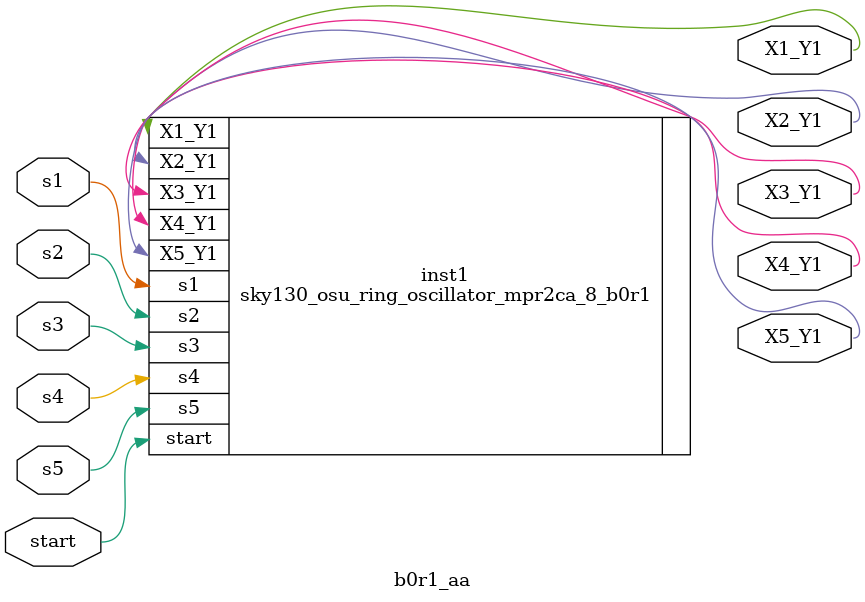
<source format=v>

`default_nettype none
/*
 *-------------------------------------------------------------
 *
 * user_proj_example
 *
 * This is an example of a (trivially simple) user project,
 * showing how the user project can connect to the logic
 * analyzer, the wishbone bus, and the I/O pads.
 *
 * This project generates an integer count, which is output
 * on the user area GPIO pads (digital output only).  The
 * wishbone connection allows the project to be controlled
 * (start and stop) from the management SoC program.
 *
 * See the testbenches in directory "mprj_counter" for the
 * example programs that drive this user project.  The three
 * testbenches are "io_ports", "la_test1", and "la_test2".
 *
 *-------------------------------------------------------------
 */

module b0r1_aa #(
    parameter BITS = 16
)(
`ifdef USE_POWER_PINS
    inout vccd1,	// User area 1 1.8V supply
    inout vssd1,	// User area 1 digital ground
`endif

    // Wishbone Slave ports (WB MI A)
    // input wb_clk_i,
    // input wb_rst_i,
    // input wbs_stb_i,
    // input wbs_cyc_i,
    // input wbs_we_i,
    // input [3:0] wbs_sel_i,
    // input [31:0] wbs_dat_i,
    // input [31:0] wbs_adr_i,
    // output wbs_ack_o,
    // output [31:0] wbs_dat_o,

    // Logic Analyzer Signals
    // input  [127:0] la_data_in,
    // output [127:0] la_data_out,
    // input  [127:0] la_oenb,

    // IOs
    input  s1, s2, s3, s4, s5,
    input start,
    output X1_Y1, X2_Y1, X3_Y1, X4_Y1, X5_Y1

    // IRQ
    // output [2:0] irq
);
    // wire clk;
    // wire rst;

    // wire [BITS-1:0] rdata; 
    // wire [BITS-1:0] wdata;
    // wire [BITS-1:0] count;
    // wire mux_out;

    // wire valid;
    // wire [3:0] wstrb;
    // wire [BITS-1:0] la_write;

    // WB MI A
    // assign valid = wbs_cyc_i && wbs_stb_i; 
    // assign wstrb = wbs_sel_i & {4{wbs_we_i}};
    // assign wbs_dat_o = {{(32-BITS){1'b0}}, rdata};
    // assign wdata = wbs_dat_i[BITS-1:0];

    // IO
    // assign io_out = mux_out;
    // assign io_oeb = {(BITS){rst}};

    // IRQ
    // assign irq = 3'b000;	// Unused

    // LA
    // assign la_data_out = {{(128-BITS){1'b0}}, count};
    // // Assuming LA probes [63:32] are for controlling the count register  
    // assign la_write = ~la_oenb[63:64-BITS] & ~{BITS{valid}};
    // // Assuming LA probes [65:64] are for controlling the count clk & reset  
    // assign clk = (~la_oenb[64]) ? la_data_in[64]: wb_clk_i;
    // assign rst = (~la_oenb[65]) ? la_data_in[65]: wb_rst_i;

    sky130_osu_ring_oscillator_mpr2ca_8_b0r1 inst1(
        .s1(s1),
        .s2(s2),
        .s3(s3),
        .s4(s4),
        .s5(s5),
        .start(start),
        .X1_Y1(X1_Y1),
        .X2_Y1(X2_Y1),
        .X3_Y1(X3_Y1),
        .X4_Y1(X4_Y1),
        .X5_Y1(X5_Y1)
    );

endmodule

`default_nettype wire

</source>
